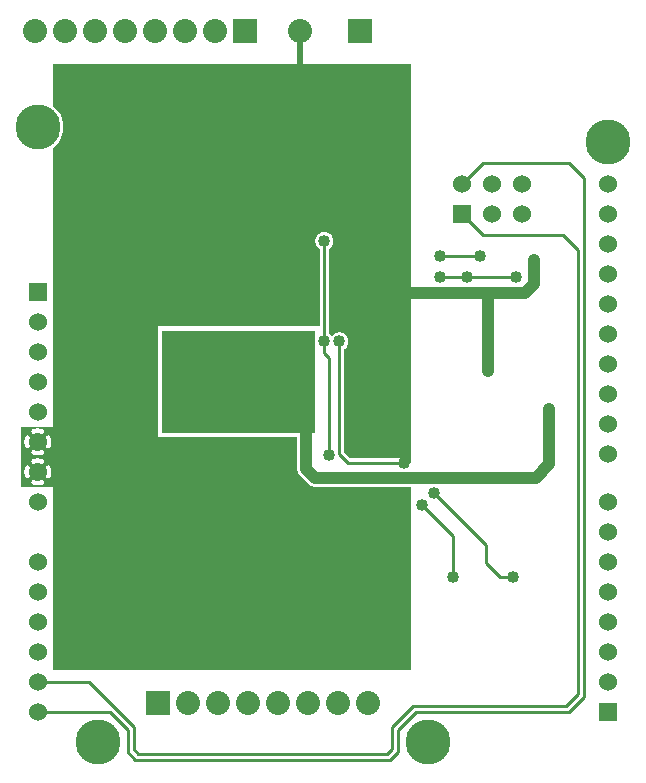
<source format=gbr>
G04 start of page 3 for group 1 idx 1 *
G04 Title: (unknown), solder *
G04 Creator: pcb 20110918 *
G04 CreationDate: Tue 04 Nov 2014 07:01:43 PM GMT UTC *
G04 For: railfan *
G04 Format: Gerber/RS-274X *
G04 PCB-Dimensions: 210000 270000 *
G04 PCB-Coordinate-Origin: lower left *
%MOIN*%
%FSLAX25Y25*%
%LNBOTTOM*%
%ADD44C,0.0480*%
%ADD43C,0.1285*%
%ADD42C,0.0380*%
%ADD41C,0.0800*%
%ADD40C,0.1500*%
%ADD39C,0.0600*%
%ADD38C,0.0200*%
%ADD37C,0.0400*%
%ADD36C,0.0100*%
%ADD35C,0.0001*%
G54D35*G36*
X102500Y147000D02*Y143618D01*
X102491Y143500D01*
X102500Y143382D01*
Y117500D01*
X102472Y117971D01*
X102362Y118430D01*
X102181Y118866D01*
X101935Y119269D01*
X101628Y119628D01*
X101269Y119935D01*
X100866Y120181D01*
X100430Y120362D01*
X99971Y120472D01*
X99500Y120509D01*
X99029Y120472D01*
X98570Y120362D01*
X98134Y120181D01*
X97731Y119935D01*
X97372Y119628D01*
X97065Y119269D01*
X96819Y118866D01*
X96638Y118430D01*
X96528Y117971D01*
X96500Y117500D01*
Y113000D01*
X51500D01*
Y147000D01*
X102500D01*
G37*
G36*
X134500Y103000D02*X133505D01*
X133486Y103235D01*
X133431Y103465D01*
X133341Y103683D01*
X133217Y103884D01*
X133064Y104064D01*
X132884Y104217D01*
X132683Y104341D01*
X132465Y104431D01*
X132235Y104486D01*
X132000Y104500D01*
X114121D01*
X112000Y106621D01*
Y140901D01*
X112269Y141065D01*
X112628Y141372D01*
X112935Y141731D01*
X113181Y142134D01*
X113362Y142570D01*
X113472Y143029D01*
X113500Y143500D01*
X113472Y143971D01*
X113362Y144430D01*
X113181Y144866D01*
X112935Y145269D01*
X112628Y145628D01*
X112269Y145935D01*
X111866Y146181D01*
X111430Y146362D01*
X110971Y146472D01*
X110500Y146509D01*
X110029Y146472D01*
X109570Y146362D01*
X109134Y146181D01*
X108731Y145935D01*
X108372Y145628D01*
X108065Y145269D01*
X108000Y145162D01*
X107935Y145269D01*
X107628Y145628D01*
X107269Y145935D01*
X107000Y146099D01*
Y174401D01*
X107269Y174565D01*
X107628Y174872D01*
X107935Y175231D01*
X108181Y175634D01*
X108362Y176070D01*
X108472Y176529D01*
X108500Y177000D01*
X108472Y177471D01*
X108465Y177500D01*
X134500D01*
Y103000D01*
G37*
G36*
Y148500D02*X107000D01*
Y174401D01*
X107269Y174565D01*
X107628Y174872D01*
X107935Y175231D01*
X108181Y175634D01*
X108362Y176070D01*
X108472Y176529D01*
X108500Y177000D01*
X108472Y177471D01*
X108362Y177930D01*
X108181Y178366D01*
X107935Y178769D01*
X107628Y179128D01*
X107269Y179435D01*
X106866Y179681D01*
X106430Y179862D01*
X105971Y179972D01*
X105500Y180009D01*
X105029Y179972D01*
X104570Y179862D01*
X104134Y179681D01*
X103731Y179435D01*
X103372Y179128D01*
X103065Y178769D01*
X102819Y178366D01*
X102638Y177930D01*
X102528Y177471D01*
X102491Y177000D01*
X102528Y176529D01*
X102638Y176070D01*
X102819Y175634D01*
X103065Y175231D01*
X103372Y174872D01*
X103731Y174565D01*
X104000Y174401D01*
Y148500D01*
X15000D01*
Y208095D01*
X15012Y208102D01*
X16029Y208971D01*
X16898Y209988D01*
X17597Y211129D01*
X18109Y212365D01*
X18421Y213666D01*
X18500Y215000D01*
X18421Y216334D01*
X18109Y217635D01*
X17597Y218871D01*
X16898Y220012D01*
X16029Y221029D01*
X15012Y221898D01*
X15000Y221905D01*
Y236000D01*
X134500D01*
Y148500D01*
G37*
G36*
X13613Y115000D02*X22500D01*
Y95000D01*
X13613D01*
Y97853D01*
X13656Y97860D01*
X13768Y97897D01*
X13873Y97952D01*
X13968Y98022D01*
X14051Y98106D01*
X14119Y98202D01*
X14170Y98308D01*
X14318Y98716D01*
X14422Y99137D01*
X14484Y99567D01*
X14505Y100000D01*
X14484Y100433D01*
X14422Y100863D01*
X14318Y101284D01*
X14175Y101694D01*
X14122Y101800D01*
X14053Y101896D01*
X13970Y101981D01*
X13875Y102051D01*
X13769Y102106D01*
X13657Y102143D01*
X13613Y102151D01*
Y107853D01*
X13656Y107860D01*
X13768Y107897D01*
X13873Y107952D01*
X13968Y108022D01*
X14051Y108106D01*
X14119Y108202D01*
X14170Y108308D01*
X14318Y108716D01*
X14422Y109137D01*
X14484Y109567D01*
X14505Y110000D01*
X14484Y110433D01*
X14422Y110863D01*
X14318Y111284D01*
X14175Y111694D01*
X14122Y111800D01*
X14053Y111896D01*
X13970Y111981D01*
X13875Y112051D01*
X13769Y112106D01*
X13657Y112143D01*
X13613Y112151D01*
Y115000D01*
G37*
G36*
X10002D02*X13613D01*
Y112151D01*
X13540Y112163D01*
X13421Y112164D01*
X13304Y112146D01*
X13191Y112110D01*
X13085Y112057D01*
X12988Y111988D01*
X12904Y111905D01*
X12833Y111809D01*
X12779Y111704D01*
X12741Y111592D01*
X12722Y111475D01*
X12721Y111356D01*
X12739Y111239D01*
X12777Y111126D01*
X12876Y110855D01*
X12944Y110575D01*
X12986Y110289D01*
X13000Y110000D01*
X12986Y109711D01*
X12944Y109425D01*
X12876Y109145D01*
X12780Y108872D01*
X12742Y108761D01*
X12725Y108644D01*
X12725Y108526D01*
X12745Y108409D01*
X12782Y108297D01*
X12836Y108193D01*
X12906Y108098D01*
X12991Y108015D01*
X13087Y107946D01*
X13192Y107893D01*
X13305Y107857D01*
X13421Y107840D01*
X13539Y107841D01*
X13613Y107853D01*
Y102151D01*
X13540Y102163D01*
X13421Y102164D01*
X13304Y102146D01*
X13191Y102110D01*
X13085Y102057D01*
X12988Y101988D01*
X12904Y101905D01*
X12833Y101809D01*
X12779Y101704D01*
X12741Y101592D01*
X12722Y101475D01*
X12721Y101356D01*
X12739Y101239D01*
X12777Y101126D01*
X12876Y100855D01*
X12944Y100575D01*
X12986Y100289D01*
X13000Y100000D01*
X12986Y99711D01*
X12944Y99425D01*
X12876Y99145D01*
X12780Y98872D01*
X12742Y98761D01*
X12725Y98644D01*
X12725Y98526D01*
X12745Y98409D01*
X12782Y98297D01*
X12836Y98193D01*
X12906Y98098D01*
X12991Y98015D01*
X13087Y97946D01*
X13192Y97893D01*
X13305Y97857D01*
X13421Y97840D01*
X13539Y97841D01*
X13613Y97853D01*
Y95000D01*
X10002D01*
Y95495D01*
X10433Y95516D01*
X10863Y95578D01*
X11284Y95682D01*
X11694Y95825D01*
X11800Y95878D01*
X11896Y95947D01*
X11981Y96030D01*
X12051Y96125D01*
X12106Y96231D01*
X12143Y96343D01*
X12163Y96460D01*
X12164Y96579D01*
X12146Y96696D01*
X12110Y96809D01*
X12057Y96915D01*
X11988Y97012D01*
X11905Y97096D01*
X11809Y97167D01*
X11704Y97221D01*
X11592Y97259D01*
X11475Y97278D01*
X11356Y97279D01*
X11239Y97261D01*
X11126Y97223D01*
X10855Y97124D01*
X10575Y97056D01*
X10289Y97014D01*
X10002Y97000D01*
Y103000D01*
X10289Y102986D01*
X10575Y102944D01*
X10855Y102876D01*
X11128Y102780D01*
X11239Y102742D01*
X11356Y102725D01*
X11474Y102725D01*
X11591Y102745D01*
X11703Y102782D01*
X11807Y102836D01*
X11902Y102906D01*
X11985Y102991D01*
X12054Y103087D01*
X12107Y103192D01*
X12143Y103305D01*
X12160Y103421D01*
X12159Y103539D01*
X12140Y103656D01*
X12103Y103768D01*
X12048Y103873D01*
X11978Y103968D01*
X11894Y104051D01*
X11798Y104119D01*
X11692Y104170D01*
X11284Y104318D01*
X10863Y104422D01*
X10433Y104484D01*
X10002Y104505D01*
Y105495D01*
X10433Y105516D01*
X10863Y105578D01*
X11284Y105682D01*
X11694Y105825D01*
X11800Y105878D01*
X11896Y105947D01*
X11981Y106030D01*
X12051Y106125D01*
X12106Y106231D01*
X12143Y106343D01*
X12163Y106460D01*
X12164Y106579D01*
X12146Y106696D01*
X12110Y106809D01*
X12057Y106915D01*
X11988Y107012D01*
X11905Y107096D01*
X11809Y107167D01*
X11704Y107221D01*
X11592Y107259D01*
X11475Y107278D01*
X11356Y107279D01*
X11239Y107261D01*
X11126Y107223D01*
X10855Y107124D01*
X10575Y107056D01*
X10289Y107014D01*
X10002Y107000D01*
Y113000D01*
X10289Y112986D01*
X10575Y112944D01*
X10855Y112876D01*
X11128Y112780D01*
X11239Y112742D01*
X11356Y112725D01*
X11474Y112725D01*
X11591Y112745D01*
X11703Y112782D01*
X11807Y112836D01*
X11902Y112906D01*
X11985Y112991D01*
X12054Y113087D01*
X12107Y113192D01*
X12143Y113305D01*
X12160Y113421D01*
X12159Y113539D01*
X12140Y113656D01*
X12103Y113768D01*
X12048Y113873D01*
X11978Y113968D01*
X11894Y114051D01*
X11798Y114119D01*
X11692Y114170D01*
X11284Y114318D01*
X10863Y114422D01*
X10433Y114484D01*
X10002Y114505D01*
Y115000D01*
G37*
G36*
X6387D02*X10002D01*
Y114505D01*
X10000Y114505D01*
X9567Y114484D01*
X9137Y114422D01*
X8716Y114318D01*
X8306Y114175D01*
X8200Y114122D01*
X8104Y114053D01*
X8019Y113970D01*
X7949Y113875D01*
X7894Y113769D01*
X7857Y113657D01*
X7837Y113540D01*
X7836Y113421D01*
X7854Y113304D01*
X7890Y113191D01*
X7943Y113085D01*
X8012Y112988D01*
X8095Y112904D01*
X8191Y112833D01*
X8296Y112779D01*
X8408Y112741D01*
X8525Y112722D01*
X8644Y112721D01*
X8761Y112739D01*
X8874Y112777D01*
X9145Y112876D01*
X9425Y112944D01*
X9711Y112986D01*
X10000Y113000D01*
X10002Y113000D01*
Y107000D01*
X10000Y107000D01*
X9711Y107014D01*
X9425Y107056D01*
X9145Y107124D01*
X8872Y107220D01*
X8761Y107258D01*
X8644Y107275D01*
X8526Y107275D01*
X8409Y107255D01*
X8297Y107218D01*
X8193Y107164D01*
X8098Y107094D01*
X8015Y107009D01*
X7946Y106913D01*
X7893Y106808D01*
X7857Y106695D01*
X7840Y106579D01*
X7841Y106461D01*
X7860Y106344D01*
X7897Y106232D01*
X7952Y106127D01*
X8022Y106032D01*
X8106Y105949D01*
X8202Y105881D01*
X8308Y105830D01*
X8716Y105682D01*
X9137Y105578D01*
X9567Y105516D01*
X10000Y105495D01*
X10002Y105495D01*
Y104505D01*
X10000Y104505D01*
X9567Y104484D01*
X9137Y104422D01*
X8716Y104318D01*
X8306Y104175D01*
X8200Y104122D01*
X8104Y104053D01*
X8019Y103970D01*
X7949Y103875D01*
X7894Y103769D01*
X7857Y103657D01*
X7837Y103540D01*
X7836Y103421D01*
X7854Y103304D01*
X7890Y103191D01*
X7943Y103085D01*
X8012Y102988D01*
X8095Y102904D01*
X8191Y102833D01*
X8296Y102779D01*
X8408Y102741D01*
X8525Y102722D01*
X8644Y102721D01*
X8761Y102739D01*
X8874Y102777D01*
X9145Y102876D01*
X9425Y102944D01*
X9711Y102986D01*
X10000Y103000D01*
X10002Y103000D01*
Y97000D01*
X10000Y97000D01*
X9711Y97014D01*
X9425Y97056D01*
X9145Y97124D01*
X8872Y97220D01*
X8761Y97258D01*
X8644Y97275D01*
X8526Y97275D01*
X8409Y97255D01*
X8297Y97218D01*
X8193Y97164D01*
X8098Y97094D01*
X8015Y97009D01*
X7946Y96913D01*
X7893Y96808D01*
X7857Y96695D01*
X7840Y96579D01*
X7841Y96461D01*
X7860Y96344D01*
X7897Y96232D01*
X7952Y96127D01*
X8022Y96032D01*
X8106Y95949D01*
X8202Y95881D01*
X8308Y95830D01*
X8716Y95682D01*
X9137Y95578D01*
X9567Y95516D01*
X10000Y95495D01*
X10002Y95495D01*
Y95000D01*
X6387D01*
Y97849D01*
X6460Y97837D01*
X6579Y97836D01*
X6696Y97854D01*
X6809Y97890D01*
X6915Y97943D01*
X7012Y98012D01*
X7096Y98095D01*
X7167Y98191D01*
X7221Y98296D01*
X7259Y98408D01*
X7278Y98525D01*
X7279Y98644D01*
X7261Y98761D01*
X7223Y98874D01*
X7124Y99145D01*
X7056Y99425D01*
X7014Y99711D01*
X7000Y100000D01*
X7014Y100289D01*
X7056Y100575D01*
X7124Y100855D01*
X7220Y101128D01*
X7258Y101239D01*
X7275Y101356D01*
X7275Y101474D01*
X7255Y101591D01*
X7218Y101703D01*
X7164Y101807D01*
X7094Y101902D01*
X7009Y101985D01*
X6913Y102054D01*
X6808Y102107D01*
X6695Y102143D01*
X6579Y102160D01*
X6461Y102159D01*
X6387Y102147D01*
Y107849D01*
X6460Y107837D01*
X6579Y107836D01*
X6696Y107854D01*
X6809Y107890D01*
X6915Y107943D01*
X7012Y108012D01*
X7096Y108095D01*
X7167Y108191D01*
X7221Y108296D01*
X7259Y108408D01*
X7278Y108525D01*
X7279Y108644D01*
X7261Y108761D01*
X7223Y108874D01*
X7124Y109145D01*
X7056Y109425D01*
X7014Y109711D01*
X7000Y110000D01*
X7014Y110289D01*
X7056Y110575D01*
X7124Y110855D01*
X7220Y111128D01*
X7258Y111239D01*
X7275Y111356D01*
X7275Y111474D01*
X7255Y111591D01*
X7218Y111703D01*
X7164Y111807D01*
X7094Y111902D01*
X7009Y111985D01*
X6913Y112054D01*
X6808Y112107D01*
X6695Y112143D01*
X6579Y112160D01*
X6461Y112159D01*
X6387Y112147D01*
Y115000D01*
G37*
G36*
X4500D02*X6387D01*
Y112147D01*
X6344Y112140D01*
X6232Y112103D01*
X6127Y112048D01*
X6032Y111978D01*
X5949Y111894D01*
X5881Y111798D01*
X5830Y111692D01*
X5682Y111284D01*
X5578Y110863D01*
X5516Y110433D01*
X5495Y110000D01*
X5516Y109567D01*
X5578Y109137D01*
X5682Y108716D01*
X5825Y108306D01*
X5878Y108200D01*
X5947Y108104D01*
X6030Y108019D01*
X6125Y107949D01*
X6231Y107894D01*
X6343Y107857D01*
X6387Y107849D01*
Y102147D01*
X6344Y102140D01*
X6232Y102103D01*
X6127Y102048D01*
X6032Y101978D01*
X5949Y101894D01*
X5881Y101798D01*
X5830Y101692D01*
X5682Y101284D01*
X5578Y100863D01*
X5516Y100433D01*
X5495Y100000D01*
X5516Y99567D01*
X5578Y99137D01*
X5682Y98716D01*
X5825Y98306D01*
X5878Y98200D01*
X5947Y98104D01*
X6030Y98019D01*
X6125Y97949D01*
X6231Y97894D01*
X6343Y97857D01*
X6387Y97849D01*
Y95000D01*
X4500D01*
Y115000D01*
G37*
G36*
X15000Y159000D02*X50000D01*
Y95000D01*
X15000D01*
Y159000D01*
G37*
G36*
Y111500D02*X96500D01*
Y101118D01*
X96491Y101000D01*
X96528Y100529D01*
Y100529D01*
X96549Y100440D01*
X96638Y100070D01*
X96819Y99634D01*
X97065Y99231D01*
X97065Y99231D01*
X97372Y98872D01*
X97462Y98796D01*
X100296Y95962D01*
X100372Y95872D01*
X100731Y95566D01*
X100731Y95565D01*
X101134Y95319D01*
X101570Y95138D01*
X102029Y95028D01*
X102500Y94991D01*
X102618Y95000D01*
X134500D01*
Y34000D01*
X15000D01*
Y111500D01*
G37*
G36*
X102500Y113000D02*X95000D01*
Y120500D01*
X102500D01*
Y113000D01*
G37*
G54D36*X192000Y25000D02*Y198000D01*
X190000Y26000D02*Y174000D01*
X157500Y172000D02*X144000D01*
G54D37*X175500Y170500D02*Y162500D01*
X172500Y159500D01*
G54D36*X153000Y165000D02*X144000D01*
G54D37*X160000Y133500D02*Y159500D01*
X180500Y102500D02*Y116500D01*
Y111000D02*Y121000D01*
G54D36*X136000Y20000D02*X130000Y14000D01*
Y6500D01*
X128000Y7500D02*Y15000D01*
X135000Y22000D01*
X10000Y20000D02*X34000D01*
X40000Y14000D01*
Y6500D01*
X10000Y30000D02*X27000D01*
X42000Y15000D01*
Y7500D01*
X40000Y6500D02*X42500Y4000D01*
X127500D01*
X43500Y6000D02*X126500D01*
X130000Y6500D02*X127500Y4000D01*
X126500Y6000D02*X128000Y7500D01*
X42000D02*X43500Y6000D01*
X192000Y198000D02*X187000Y203000D01*
X190000Y174000D02*X185000Y179000D01*
X187000Y203000D02*X158500D01*
X185000Y179000D02*X158500D01*
Y203000D02*X151500Y196000D01*
X158500Y179000D02*X151500Y186000D01*
X153000Y165000D02*X169500D01*
G54D37*X172500Y159500D02*X127500D01*
G54D36*X110500Y143500D02*Y106000D01*
X113500Y103000D01*
X132000D01*
X107000Y105500D02*Y138000D01*
G54D37*X102500Y98000D02*X176000D01*
G54D36*X107000Y138000D02*X105500Y139500D01*
Y177000D01*
G54D38*X97500Y247000D02*Y232500D01*
G54D37*X99500Y117500D02*Y101000D01*
X102500Y98000D01*
G54D36*X136000Y20000D02*X187000D01*
X192000Y25000D01*
X135000Y22000D02*X186000D01*
X190000Y26000D01*
X138000Y89000D02*X148500Y78500D01*
Y65000D01*
X142000Y93000D02*X159500Y75500D01*
Y69500D01*
X164000Y65000D01*
X168414D01*
G54D37*X176000Y98000D02*X180500Y102500D01*
G54D35*G36*
X197000Y23000D02*Y17000D01*
X203000D01*
Y23000D01*
X197000D01*
G37*
G54D39*X200000Y30000D03*
Y40000D03*
Y50000D03*
Y60000D03*
Y70000D03*
G54D40*X140000Y10000D03*
G54D39*X10000Y130000D03*
Y120000D03*
Y110000D03*
Y100000D03*
G54D35*G36*
X7000Y163000D02*Y157000D01*
X13000D01*
Y163000D01*
X7000D01*
G37*
G54D39*X10000Y150000D03*
Y140000D03*
G54D40*Y215000D03*
G54D35*G36*
X75000Y251000D02*Y243000D01*
X83000D01*
Y251000D01*
X75000D01*
G37*
G36*
X113500D02*Y243000D01*
X121500D01*
Y251000D01*
X113500D01*
G37*
G54D41*X97500Y247000D03*
X69000D03*
X59000D03*
X49000D03*
X39000D03*
X29000D03*
X19000D03*
X9000D03*
G54D39*X200000Y80000D03*
Y90000D03*
Y106000D03*
Y116000D03*
Y126000D03*
Y136000D03*
Y146000D03*
Y156000D03*
Y166000D03*
Y176000D03*
Y186000D03*
Y196000D03*
G54D40*Y210000D03*
G54D35*G36*
X148500Y189000D02*Y183000D01*
X154500D01*
Y189000D01*
X148500D01*
G37*
G54D39*X161500Y186000D03*
X171500D03*
X151500Y196000D03*
X161500D03*
X171500D03*
X10000Y90000D03*
Y70000D03*
Y60000D03*
Y50000D03*
Y40000D03*
Y30000D03*
Y20000D03*
G54D40*X30000Y10000D03*
G54D35*G36*
X46000Y27000D02*Y19000D01*
X54000D01*
Y27000D01*
X46000D01*
G37*
G54D41*X60000Y23000D03*
X70000D03*
X80000D03*
X90000D03*
X100000D03*
X110000D03*
X120000D03*
G54D37*X169500Y165000D03*
X153000D03*
X175500Y170500D03*
X132000Y141000D03*
Y146000D03*
Y151000D03*
Y156000D03*
X157500Y172000D03*
X160000Y133500D03*
X180500Y116000D03*
Y121000D03*
X144000Y172000D03*
Y165000D03*
X132000Y103000D03*
Y111000D03*
X107000Y105500D03*
X132000Y136000D03*
X105500Y143500D03*
X110500D03*
X99500Y142500D03*
Y137500D03*
Y132500D03*
Y127500D03*
Y122500D03*
Y117500D03*
X132000Y116000D03*
Y126000D03*
Y131000D03*
Y121000D03*
X138000Y89000D03*
X142000Y93000D03*
X105500Y177000D03*
X42000Y111000D03*
Y105000D03*
Y99000D03*
X18000Y105000D03*
X23500D03*
X29000D03*
X62500Y124500D03*
X55500D03*
X59000Y128000D03*
X55500Y131500D03*
X62500D03*
X130500Y50000D03*
X148500Y65000D03*
X168414D03*
G54D38*G54D42*G54D43*G54D42*G54D43*G54D44*G54D42*G54D43*G54D42*G54D43*G54D44*M02*

</source>
